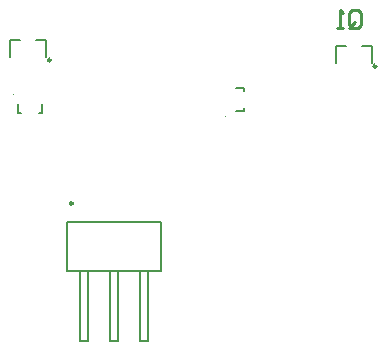
<source format=gbo>
G04*
G04 #@! TF.GenerationSoftware,Altium Limited,Altium Designer,23.3.1 (30)*
G04*
G04 Layer_Color=32896*
%FSLAX44Y44*%
%MOMM*%
G71*
G04*
G04 #@! TF.SameCoordinates,7B0CC697-CB82-4889-8CF9-0E38B3BB7E85*
G04*
G04*
G04 #@! TF.FilePolarity,Positive*
G04*
G01*
G75*
%ADD10C,0.2000*%
%ADD11C,0.2540*%
%ADD36C,0.2500*%
%ADD37C,0.1000*%
D10*
X571425Y503540D02*
Y517540D01*
X563020D02*
X571425D01*
X541025Y503540D02*
Y517540D01*
X549430D01*
X289440Y461110D02*
X291940D01*
Y468360D01*
X271940Y461110D02*
X274440D01*
X271940D02*
Y468360D01*
X456200Y462440D02*
X463450D01*
Y464940D01*
X456200Y482440D02*
X463450D01*
Y479940D02*
Y482440D01*
X313460Y368360D02*
X392660D01*
X313460Y326860D02*
Y368360D01*
Y326860D02*
X392660D01*
Y368360D01*
X375260Y267610D02*
X381660D01*
X375260D02*
Y326860D01*
X381660Y267610D02*
Y326860D01*
X349860Y267610D02*
X356260D01*
X349860D02*
Y326860D01*
X356260Y267610D02*
Y326860D01*
X324460Y267610D02*
X330860D01*
X324460D02*
Y326860D01*
X330860Y267610D02*
Y326860D01*
X265435Y522620D02*
X273840D01*
X265435Y508620D02*
Y522620D01*
X287430D02*
X295835D01*
Y508620D02*
Y522620D01*
D11*
X552453Y535431D02*
Y545588D01*
X554992Y548127D01*
X560071D01*
X562610Y545588D01*
Y535431D01*
X560071Y532892D01*
X554992D01*
X557532Y537970D02*
X552453Y532892D01*
X554992D02*
X552453Y535431D01*
X547375Y532892D02*
X542297D01*
X544836D01*
Y548127D01*
X547375Y545588D01*
D36*
X575270Y500695D02*
G03*
X575270Y500695I-1250J0D01*
G01*
X318310Y384610D02*
G03*
X318310Y384610I-1250J0D01*
G01*
X299680Y505775D02*
G03*
X299680Y505775I-1250J0D01*
G01*
D37*
X268440Y476860D02*
G03*
X268440Y476860I-500J0D01*
G01*
X448200Y458440D02*
G03*
X448200Y458440I-500J0D01*
G01*
M02*

</source>
